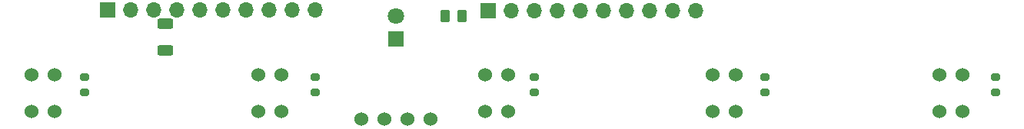
<source format=gbr>
%TF.GenerationSoftware,KiCad,Pcbnew,7.0.9*%
%TF.CreationDate,2024-03-23T08:09:54+09:00*%
%TF.ProjectId,03-front,30332d66-726f-46e7-942e-6b696361645f,rev?*%
%TF.SameCoordinates,Original*%
%TF.FileFunction,Soldermask,Top*%
%TF.FilePolarity,Negative*%
%FSLAX46Y46*%
G04 Gerber Fmt 4.6, Leading zero omitted, Abs format (unit mm)*
G04 Created by KiCad (PCBNEW 7.0.9) date 2024-03-23 08:09:54*
%MOMM*%
%LPD*%
G01*
G04 APERTURE LIST*
G04 Aperture macros list*
%AMRoundRect*
0 Rectangle with rounded corners*
0 $1 Rounding radius*
0 $2 $3 $4 $5 $6 $7 $8 $9 X,Y pos of 4 corners*
0 Add a 4 corners polygon primitive as box body*
4,1,4,$2,$3,$4,$5,$6,$7,$8,$9,$2,$3,0*
0 Add four circle primitives for the rounded corners*
1,1,$1+$1,$2,$3*
1,1,$1+$1,$4,$5*
1,1,$1+$1,$6,$7*
1,1,$1+$1,$8,$9*
0 Add four rect primitives between the rounded corners*
20,1,$1+$1,$2,$3,$4,$5,0*
20,1,$1+$1,$4,$5,$6,$7,0*
20,1,$1+$1,$6,$7,$8,$9,0*
20,1,$1+$1,$8,$9,$2,$3,0*%
G04 Aperture macros list end*
%ADD10R,1.800000X1.800000*%
%ADD11C,1.800000*%
%ADD12C,1.524000*%
%ADD13RoundRect,0.200000X-0.275000X0.200000X-0.275000X-0.200000X0.275000X-0.200000X0.275000X0.200000X0*%
%ADD14RoundRect,0.250000X-0.625000X0.312500X-0.625000X-0.312500X0.625000X-0.312500X0.625000X0.312500X0*%
%ADD15RoundRect,0.250000X-0.262500X-0.450000X0.262500X-0.450000X0.262500X0.450000X-0.262500X0.450000X0*%
%ADD16R,1.700000X1.700000*%
%ADD17O,1.700000X1.700000*%
G04 APERTURE END LIST*
D10*
%TO.C,D1*%
X88900000Y-93980000D03*
D11*
X88900000Y-91440000D03*
%TD*%
D12*
%TO.C,U4*%
X123730000Y-97950000D03*
X126270000Y-97950000D03*
X123730000Y-102050000D03*
X126270000Y-102050000D03*
%TD*%
%TO.C,U3*%
X98730000Y-97950000D03*
X101270000Y-97950000D03*
X98730000Y-102050000D03*
X101270000Y-102050000D03*
%TD*%
D13*
%TO.C,R5*%
X104140000Y-98235000D03*
X104140000Y-99885000D03*
%TD*%
D12*
%TO.C,U6*%
X85090000Y-102870000D03*
X87630000Y-102870000D03*
X90170000Y-102870000D03*
X92710000Y-102870000D03*
%TD*%
%TO.C,U2*%
X73730000Y-97950000D03*
X76270000Y-97950000D03*
X73730000Y-102050000D03*
X76270000Y-102050000D03*
%TD*%
D13*
%TO.C,R6*%
X129540000Y-98235000D03*
X129540000Y-99885000D03*
%TD*%
D14*
%TO.C,R2*%
X63500000Y-92325000D03*
X63500000Y-95250000D03*
%TD*%
D13*
%TO.C,R9*%
X154940000Y-98235000D03*
X154940000Y-99885000D03*
%TD*%
D15*
%TO.C,R4*%
X94337500Y-91440000D03*
X96162500Y-91440000D03*
%TD*%
D13*
%TO.C,R1*%
X54610000Y-98235000D03*
X54610000Y-99885000D03*
%TD*%
%TO.C,R3*%
X80010000Y-98235000D03*
X80010000Y-99885000D03*
%TD*%
D12*
%TO.C,U5*%
X148730000Y-97950000D03*
X151270000Y-97950000D03*
X148730000Y-102050000D03*
X151270000Y-102050000D03*
%TD*%
%TO.C,U1*%
X48730000Y-97950000D03*
X51270000Y-97950000D03*
X48730000Y-102050000D03*
X51270000Y-102050000D03*
%TD*%
D16*
%TO.C,REF\u002A\u002A*%
X57150000Y-90805000D03*
D17*
X59690000Y-90805000D03*
X62230000Y-90805000D03*
X64770000Y-90805000D03*
X67310000Y-90805000D03*
X69850000Y-90805000D03*
X72390000Y-90805000D03*
X74930000Y-90805000D03*
X77470000Y-90805000D03*
X80010000Y-90805000D03*
%TD*%
D16*
%TO.C,J1*%
X99060000Y-90875000D03*
D17*
X101600000Y-90875000D03*
X104140000Y-90875000D03*
X106680000Y-90875000D03*
X109220000Y-90875000D03*
X111760000Y-90875000D03*
X114300000Y-90875000D03*
X116840000Y-90875000D03*
X119380000Y-90875000D03*
X121920000Y-90875000D03*
%TD*%
M02*

</source>
